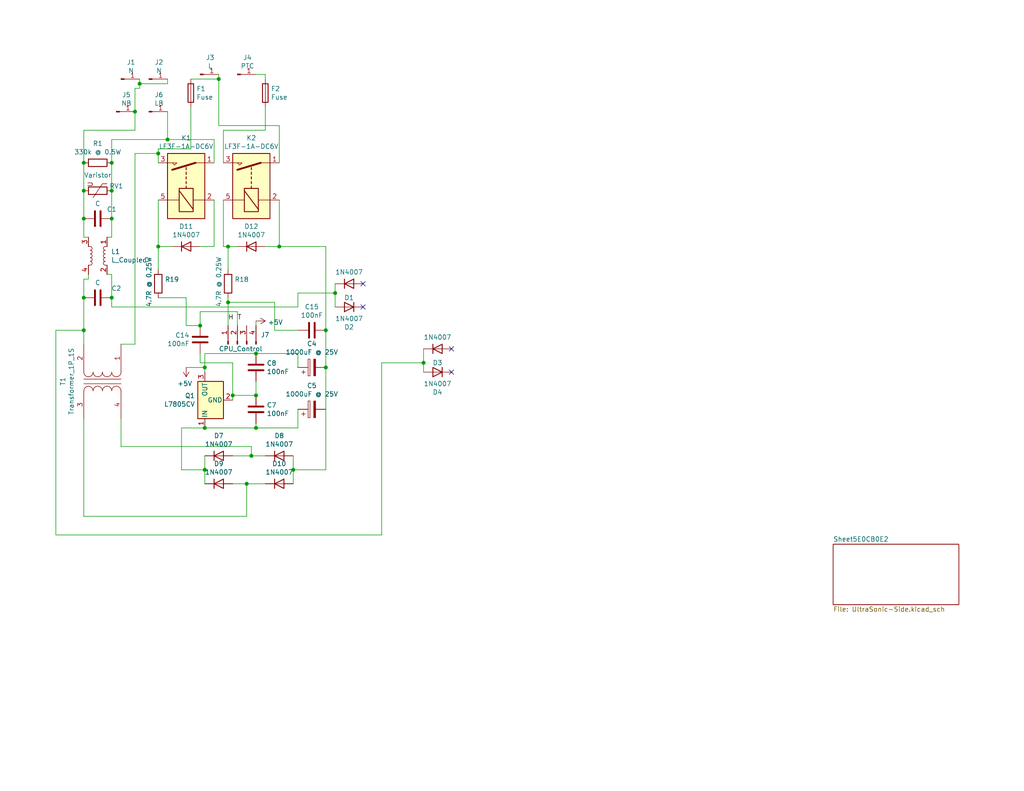
<source format=kicad_sch>
(kicad_sch (version 20210406) (generator eeschema)
  (paper "USLetter")
  (title_block (title "UltraSonic Cleaner Reverse Engineered") (date "2019-12-29") (rev "A"))
  (lib_symbols
    (symbol "Connector:Conn_01x01_Male" (pin_names (offset 1.016) hide)
      (property "Reference" "J" (at 0 2.54 0))
      (property "Value" "Conn_01x01_Male" (at 0 -2.54 0))
      (symbol "Conn_01x01_Male_1_1"
        (rectangle (start 0.8636 0.127) (end 0 -0.127) (stroke (width 0.1524)) (fill (type outline)))
        (polyline (pts (xy 1.27 0) (xy 0.8636 0)) (stroke (width 0.1524)))
        (pin passive line (at 5.08 0 180) (length 3.81) (name "Pin_1") (number "1"))
      )
    )
    (symbol "Connector:Conn_01x04_Male" (pin_names (offset 1.016) hide)
      (property "Reference" "J" (at 0 5.08 0))
      (property "Value" "Conn_01x04_Male" (at 0 -7.62 0))
      (symbol "Conn_01x04_Male_1_1"
        (rectangle (start 0.8636 -4.953) (end 0 -5.207) (stroke (width 0.1524)) (fill (type outline)))
        (rectangle (start 0.8636 -2.413) (end 0 -2.667) (stroke (width 0.1524)) (fill (type outline)))
        (rectangle (start 0.8636 0.127) (end 0 -0.127) (stroke (width 0.1524)) (fill (type outline)))
        (rectangle (start 0.8636 2.667) (end 0 2.413) (stroke (width 0.1524)) (fill (type outline)))
        (polyline (pts (xy 1.27 -5.08) (xy 0.8636 -5.08)) (stroke (width 0.1524)))
        (polyline (pts (xy 1.27 -2.54) (xy 0.8636 -2.54)) (stroke (width 0.1524)))
        (polyline (pts (xy 1.27 0) (xy 0.8636 0)) (stroke (width 0.1524)))
        (polyline (pts (xy 1.27 2.54) (xy 0.8636 2.54)) (stroke (width 0.1524)))
        (pin passive line (at 5.08 2.54 180) (length 3.81) (name "Pin_1") (number "1"))
        (pin passive line (at 5.08 0 180) (length 3.81) (name "Pin_2") (number "2"))
        (pin passive line (at 5.08 -2.54 180) (length 3.81) (name "Pin_3") (number "3"))
        (pin passive line (at 5.08 -5.08 180) (length 3.81) (name "Pin_4") (number "4"))
      )
    )
    (symbol "Device:C" (pin_numbers hide) (pin_names (offset 0.254))
      (property "Reference" "C" (at 0.635 2.54 0))
      (property "Value" "C" (at 0.635 -2.54 0))
      (symbol "C_0_1"
        (polyline (pts (xy -2.032 -0.762) (xy 2.032 -0.762)) (stroke (width 0.508)))
        (polyline (pts (xy -2.032 0.762) (xy 2.032 0.762)) (stroke (width 0.508)))
      )
      (symbol "C_1_1"
        (pin passive line (at 0 3.81 270) (length 2.794) (name "~") (number "1"))
        (pin passive line (at 0 -3.81 90) (length 2.794) (name "~") (number "2"))
      )
    )
    (symbol "Device:C_Polarized" (pin_numbers hide) (pin_names (offset 0.254))
      (property "Reference" "C" (at 0.635 2.54 0))
      (property "Value" "C_Polarized" (at 0.635 -2.54 0))
      (symbol "C_Polarized_0_1"
        (rectangle (start -2.286 0.508) (end 2.286 1.016))
        (rectangle (start 2.286 -0.508) (end -2.286 -1.016) (fill (type outline)))
        (polyline (pts (xy -1.778 2.286) (xy -0.762 2.286)))
        (polyline (pts (xy -1.27 2.794) (xy -1.27 1.778)))
      )
      (symbol "C_Polarized_1_1"
        (pin passive line (at 0 3.81 270) (length 2.794) (name "~") (number "1"))
        (pin passive line (at 0 -3.81 90) (length 2.794) (name "~") (number "2"))
      )
    )
    (symbol "Device:Fuse" (pin_numbers hide) (pin_names (offset 0))
      (property "Reference" "F" (at 2.032 0 90))
      (property "Value" "Fuse" (at -1.905 0 90))
      (symbol "Fuse_0_1"
        (rectangle (start -0.762 -2.54) (end 0.762 2.54) (stroke (width 0.254)))
        (polyline (pts (xy 0 2.54) (xy 0 -2.54)))
      )
      (symbol "Fuse_1_1"
        (pin passive line (at 0 3.81 270) (length 1.27) (name "~") (number "1"))
        (pin passive line (at 0 -3.81 90) (length 1.27) (name "~") (number "2"))
      )
    )
    (symbol "Device:R" (pin_numbers hide) (pin_names (offset 0))
      (property "Reference" "R" (at 2.032 0 90))
      (property "Value" "R" (at 0 0 90))
      (symbol "R_0_1"
        (rectangle (start -1.016 -2.54) (end 1.016 2.54) (stroke (width 0.254)))
      )
      (symbol "R_1_1"
        (pin passive line (at 0 3.81 270) (length 1.27) (name "~") (number "1"))
        (pin passive line (at 0 -3.81 90) (length 1.27) (name "~") (number "2"))
      )
    )
    (symbol "Device:Transformer_1P_1S" (pin_names (offset 1.016) hide)
      (property "Reference" "T" (at 0 6.35 0))
      (property "Value" "Transformer_1P_1S" (at 0 -7.62 0))
      (symbol "Transformer_1P_1S_0_1"
        (arc (start -2.54 -2.54) (end -1.27 -3.81) (radius (at -2.54 -3.81) (length 1.27) (angles 89.9 0.1)))
        (arc (start -1.27 -3.81) (end -2.54 -5.0546) (radius (at -2.54 -3.81) (length 1.27) (angles -0.1 -89.9)))
        (arc (start -2.54 0) (end -1.27 -1.27) (radius (at -2.54 -1.27) (length 1.27) (angles 89.9 0.1)))
        (arc (start -1.27 -1.27) (end -2.54 -2.5146) (radius (at -2.54 -1.27) (length 1.27) (angles -0.1 -89.9)))
        (arc (start -2.54 2.54) (end -1.27 1.27) (radius (at -2.54 1.27) (length 1.27) (angles 89.9 0.1)))
        (arc (start -1.27 1.27) (end -2.54 0.0254) (radius (at -2.54 1.27) (length 1.27) (angles -0.1 -89.9)))
        (arc (start -2.54 5.08) (end -1.27 3.81) (radius (at -2.54 3.81) (length 1.27) (angles 89.9 0.1)))
        (arc (start -1.27 3.81) (end -2.54 2.5654) (radius (at -2.54 3.81) (length 1.27) (angles -0.1 -89.9)))
        (arc (start 2.54 0) (end 1.2954 -1.27) (radius (at 2.54 -1.27) (length 1.27) (angles 89.9 -179.9)))
        (arc (start 1.2954 -1.27) (end 2.54 -2.5146) (radius (at 2.54 -1.27) (length 1.27) (angles 179.9 -89.9)))
        (arc (start 2.54 2.54) (end 1.2954 1.27) (radius (at 2.54 1.27) (length 1.27) (angles 89.9 -179.9)))
        (arc (start 1.2954 1.27) (end 2.54 0.0254) (radius (at 2.54 1.27) (length 1.27) (angles 179.9 -89.9)))
        (arc (start 2.54 5.08) (end 1.2954 3.81) (radius (at 2.54 3.81) (length 1.27) (angles 89.9 -179.9)))
        (arc (start 1.2954 3.81) (end 2.54 2.5654) (radius (at 2.54 3.81) (length 1.27) (angles 179.9 -89.9)))
        (arc (start 2.5654 -2.54) (end 1.3208 -3.81) (radius (at 2.5654 -3.81) (length 1.27) (angles 91 -179.9)))
        (arc (start 2.5654 -5.0546) (end 1.3208 -3.81) (radius (at 2.5654 -3.81) (length 1.27) (angles -91.2 -179.9)))
        (polyline (pts (xy -0.635 5.08) (xy -0.635 -5.08)))
        (polyline (pts (xy 0.635 -5.08) (xy 0.635 5.08)))
      )
      (symbol "Transformer_1P_1S_1_1"
        (pin passive line (at -10.16 5.08 0) (length 7.62) (name "AA") (number "1"))
        (pin passive line (at -10.16 -5.08 0) (length 7.62) (name "AB") (number "2"))
        (pin passive line (at 10.16 -5.08 180) (length 7.62) (name "SA") (number "3"))
        (pin passive line (at 10.16 5.08 180) (length 7.62) (name "SB") (number "4"))
      )
    )
    (symbol "Device:Varistor" (pin_numbers hide) (pin_names (offset 0))
      (property "Reference" "RV" (at 3.175 0 90))
      (property "Value" "Varistor" (at -3.175 0 90))
      (symbol "Varistor_0_0"
        (text "U" (at -1.778 -2.032 0) (effects (font (size 1.27 1.27))))
      )
      (symbol "Varistor_0_1"
        (rectangle (start -1.016 -2.54) (end 1.016 2.54) (stroke (width 0.254)))
        (polyline (pts (xy -1.905 2.54) (xy -1.905 1.27) (xy 1.905 -1.27)))
      )
      (symbol "Varistor_1_1"
        (pin passive line (at 0 3.81 270) (length 1.27) (name "~") (number "1"))
        (pin passive line (at 0 -3.81 90) (length 1.27) (name "~") (number "2"))
      )
    )
    (symbol "Diode:1N4007" (pin_numbers hide) (pin_names (offset 1.016) hide)
      (property "Reference" "D" (at 0 2.54 0))
      (property "Value" "1N4007" (at 0 -2.54 0))
      (symbol "1N4007_0_1"
        (polyline (pts (xy -1.27 1.27) (xy -1.27 -1.27)) (stroke (width 0.254)))
        (polyline (pts (xy 1.27 0) (xy -1.27 0)))
        (polyline (pts (xy 1.27 1.27) (xy 1.27 -1.27) (xy -1.27 0) (xy 1.27 1.27)) (stroke (width 0.254)))
      )
      (symbol "1N4007_1_1"
        (pin passive line (at -3.81 0 0) (length 2.54) (name "K") (number "1"))
        (pin passive line (at 3.81 0 180) (length 2.54) (name "A") (number "2"))
      )
    )
    (symbol "MyCustomComponents:L_Coupled" (pin_names (offset 0.254) hide)
      (property "Reference" "L" (at 0 4.445 0))
      (property "Value" "L_Coupled" (at 0 -4.445 0))
      (symbol "L_Coupled_0_1"
        (arc (start -1.524 -2.032) (end -2.54 -2.032) (radius (at -2.032 -2.032) (length 0.508) (angles 0.1 179.9)))
        (arc (start -2.54 2.032) (end -1.524 2.032) (radius (at -2.032 2.032) (length 0.508) (angles -179.9 -0.1)))
        (arc (start -0.508 -2.032) (end -1.524 -2.032) (radius (at -1.016 -2.032) (length 0.508) (angles 0.1 179.9)))
        (arc (start -1.524 2.032) (end -0.508 2.032) (radius (at -1.016 2.032) (length 0.508) (angles -179.9 -0.1)))
        (arc (start 0.508 -2.032) (end -0.508 -2.032) (radius (at 0 -2.032) (length 0.508) (angles 0.1 179.9)))
        (arc (start -0.508 2.032) (end 0.508 2.032) (radius (at 0 2.032) (length 0.508) (angles -179.9 -0.1)))
        (arc (start 1.524 -2.032) (end 0.508 -2.032) (radius (at 1.016 -2.032) (length 0.508) (angles 0.1 179.9)))
        (arc (start 0.508 2.032) (end 1.524 2.032) (radius (at 1.016 2.032) (length 0.508) (angles -179.9 -0.1)))
        (arc (start 2.54 -2.032) (end 1.524 -2.032) (radius (at 2.032 -2.032) (length 0.508) (angles 0.1 179.9)))
        (arc (start 1.524 2.032) (end 2.54 2.032) (radius (at 2.032 2.032) (length 0.508) (angles -179.9 -0.1)))
        (polyline (pts (xy -2.54 -2.032) (xy -2.54 -2.54)))
        (polyline (pts (xy -2.54 2.032) (xy -2.54 2.54)))
        (polyline (pts (xy 2.54 -2.032) (xy 2.54 -2.54)))
        (polyline (pts (xy 2.54 2.54) (xy 2.54 2.032)))
      )
      (symbol "L_Coupled_1_1"
        (pin passive line (at -5.08 2.54 0) (length 2.54) (name "1") (number "1"))
        (pin passive line (at 5.08 2.54 180) (length 2.54) (name "2") (number "2"))
        (pin passive line (at -5.08 -2.54 0) (length 2.54) (name "3") (number "3"))
        (pin passive line (at 5.08 -2.54 180) (length 2.54) (name "4") (number "4"))
      )
    )
    (symbol "Regulator_Linear:L7805" (pin_names (offset 0.254))
      (property "Reference" "U" (at -3.81 3.175 0))
      (property "Value" "L7805" (at 0 3.175 0))
      (symbol "L7805_0_1"
        (rectangle (start -5.08 1.905) (end 5.08 -5.08) (stroke (width 0.254)) (fill (type background)))
      )
      (symbol "L7805_1_1"
        (pin power_in line (at -7.62 0 0) (length 2.54) (name "IN") (number "1"))
        (pin power_in line (at 0 -7.62 90) (length 2.54) (name "GND") (number "2"))
        (pin power_out line (at 7.62 0 180) (length 2.54) (name "OUT") (number "3"))
      )
    )
    (symbol "Relay:SANYOU_SRD_Form_A"
      (property "Reference" "K" (at 8.89 3.81 0))
      (property "Value" "SANYOU_SRD_Form_A" (at 8.89 1.27 0))
      (symbol "SANYOU_SRD_Form_A_0_0"
        (polyline (pts (xy 5.08 5.08) (xy 5.08 2.54) (xy 4.445 3.175) (xy 5.08 3.81)))
      )
      (symbol "SANYOU_SRD_Form_A_0_1"
        (rectangle (start -8.255 1.905) (end -1.905 -1.905) (stroke (width 0.254)))
        (rectangle (start -10.16 5.08) (end 7.62 -5.08) (stroke (width 0.254)) (fill (type background)))
        (polyline (pts (xy -7.62 -1.905) (xy -2.54 1.905)) (stroke (width 0.254)))
        (polyline (pts (xy -5.08 -5.08) (xy -5.08 -1.905)))
        (polyline (pts (xy -5.08 5.08) (xy -5.08 1.905)))
        (polyline (pts (xy -1.905 0) (xy -1.27 0)) (stroke (width 0.254)))
        (polyline (pts (xy -0.635 0) (xy 0 0)) (stroke (width 0.254)))
        (polyline (pts (xy 0.635 0) (xy 1.27 0)) (stroke (width 0.254)))
        (polyline (pts (xy 1.905 0) (xy 2.54 0)) (stroke (width 0.254)))
        (polyline (pts (xy 3.175 0) (xy 3.81 0)) (stroke (width 0.254)))
        (polyline (pts (xy 5.08 -2.54) (xy 3.175 3.81)) (stroke (width 0.508)))
        (polyline (pts (xy 5.08 -2.54) (xy 5.08 -5.08)))
      )
      (symbol "SANYOU_SRD_Form_A_1_1"
        (pin passive line (at 5.08 -7.62 90) (length 2.54) (name "~") (number "1"))
        (pin passive line (at -5.08 -7.62 90) (length 2.54) (name "~") (number "2"))
        (pin passive line (at 5.08 7.62 270) (length 2.54) (name "~") (number "3"))
        (pin passive line (at -5.08 7.62 270) (length 2.54) (name "~") (number "5"))
      )
    )
    (symbol "power:+5V" (power) (pin_names (offset 0))
      (property "Value" "+5V" (at 0 3.556 0))
      (symbol "+5V_0_1"
        (polyline (pts (xy -0.762 1.27) (xy 0 2.54)))
        (polyline (pts (xy 0 0) (xy 0 2.54)))
        (polyline (pts (xy 0 2.54) (xy 0.762 1.27)))
      )
      (symbol "+5V_1_1"
        (pin power_in line (at 0 0 90) (length 0) hide (name "+5V") (number "1"))
      )
    )
  )
  (junction (at 22.86 44.45) (diameter 0.9144))
  (junction (at 22.86 52.07) (diameter 0.9144))
  (junction (at 22.86 59.69) (diameter 0.9144))
  (junction (at 22.86 81.28) (diameter 0.9144))
  (junction (at 22.86 90.17) (diameter 0.9144))
  (junction (at 30.48 44.45) (diameter 0.9144))
  (junction (at 30.48 52.07) (diameter 0.9144))
  (junction (at 30.48 59.69) (diameter 0.9144))
  (junction (at 30.48 81.28) (diameter 0.9144))
  (junction (at 36.83 30.48) (diameter 0.9144))
  (junction (at 38.1 22.86) (diameter 0.9144))
  (junction (at 43.18 41.91) (diameter 0.9144))
  (junction (at 43.18 67.31) (diameter 0.9144))
  (junction (at 45.72 38.1) (diameter 0.9144))
  (junction (at 54.61 88.9) (diameter 0.9144))
  (junction (at 55.88 100.33) (diameter 0.9144))
  (junction (at 55.88 116.84) (diameter 0.9144))
  (junction (at 55.88 128.27) (diameter 0.9144))
  (junction (at 59.69 21.59) (diameter 0.9144))
  (junction (at 62.23 67.31) (diameter 0.9144))
  (junction (at 62.23 82.55) (diameter 0.9144))
  (junction (at 63.5 107.95) (diameter 0.9144))
  (junction (at 67.31 132.08) (diameter 0.9144))
  (junction (at 68.58 124.46) (diameter 0.9144))
  (junction (at 69.85 96.52) (diameter 0.9144))
  (junction (at 69.85 107.95) (diameter 0.9144))
  (junction (at 69.85 116.84) (diameter 0.9144))
  (junction (at 76.2 67.31) (diameter 0.9144))
  (junction (at 80.01 128.27) (diameter 0.9144))
  (junction (at 88.9 90.17) (diameter 0.9144))
  (junction (at 88.9 100.33) (diameter 0.9144))
  (junction (at 91.44 80.01) (diameter 0.9144))
  (junction (at 115.57 99.06) (diameter 0.9144))
  (no_connect (at 99.06 77.47))
  (no_connect (at 99.06 83.82))
  (no_connect (at 123.19 95.25))
  (no_connect (at 123.19 101.6))
  (wire (pts (xy 15.24 90.17) (xy 22.86 90.17)))
  (wire (pts (xy 15.24 146.05) (xy 15.24 90.17)))
  (wire (pts (xy 22.86 35.56) (xy 36.83 35.56)))
  (wire (pts (xy 22.86 44.45) (xy 22.86 35.56)))
  (wire (pts (xy 22.86 52.07) (xy 22.86 44.45)))
  (wire (pts (xy 22.86 59.69) (xy 22.86 52.07)))
  (wire (pts (xy 22.86 64.77) (xy 22.86 59.69)))
  (wire (pts (xy 22.86 76.2) (xy 22.86 81.28)))
  (wire (pts (xy 22.86 81.28) (xy 22.86 90.17)))
  (wire (pts (xy 22.86 90.17) (xy 22.86 93.98)))
  (wire (pts (xy 22.86 114.3) (xy 22.86 140.97)))
  (wire (pts (xy 22.86 140.97) (xy 67.31 140.97)))
  (wire (pts (xy 24.13 64.77) (xy 22.86 64.77)))
  (wire (pts (xy 24.13 74.93) (xy 24.13 76.2)))
  (wire (pts (xy 24.13 76.2) (xy 22.86 76.2)))
  (wire (pts (xy 30.48 44.45) (xy 30.48 38.1)))
  (wire (pts (xy 30.48 44.45) (xy 30.48 52.07)))
  (wire (pts (xy 30.48 52.07) (xy 30.48 59.69)))
  (wire (pts (xy 30.48 59.69) (xy 30.48 64.77)))
  (wire (pts (xy 30.48 64.77) (xy 29.21 64.77)))
  (wire (pts (xy 30.48 74.93) (xy 29.21 74.93)))
  (wire (pts (xy 30.48 81.28) (xy 30.48 74.93)))
  (wire (pts (xy 30.48 81.28) (xy 30.48 83.82)))
  (wire (pts (xy 30.48 83.82) (xy 81.28 83.82)))
  (wire (pts (xy 33.02 114.3) (xy 33.02 121.92)))
  (wire (pts (xy 33.02 121.92) (xy 68.58 121.92)))
  (wire (pts (xy 36.83 24.13) (xy 38.1 24.13)))
  (wire (pts (xy 36.83 30.48) (xy 36.83 24.13)))
  (wire (pts (xy 36.83 35.56) (xy 36.83 30.48)))
  (wire (pts (xy 36.83 41.91) (xy 36.83 93.98)))
  (wire (pts (xy 36.83 93.98) (xy 33.02 93.98)))
  (wire (pts (xy 38.1 22.86) (xy 38.1 21.59)))
  (wire (pts (xy 38.1 24.13) (xy 38.1 22.86)))
  (wire (pts (xy 43.18 40.64) (xy 52.07 40.64)))
  (wire (pts (xy 43.18 41.91) (xy 36.83 41.91)))
  (wire (pts (xy 43.18 41.91) (xy 43.18 40.64)))
  (wire (pts (xy 43.18 44.45) (xy 43.18 41.91)))
  (wire (pts (xy 43.18 54.61) (xy 43.18 67.31)))
  (wire (pts (xy 43.18 67.31) (xy 43.18 73.66)))
  (wire (pts (xy 43.18 67.31) (xy 46.99 67.31)))
  (wire (pts (xy 43.18 81.28) (xy 50.8 81.28)))
  (wire (pts (xy 45.72 21.59) (xy 45.72 22.86)))
  (wire (pts (xy 45.72 22.86) (xy 38.1 22.86)))
  (wire (pts (xy 45.72 30.48) (xy 45.72 38.1)))
  (wire (pts (xy 45.72 38.1) (xy 30.48 38.1)))
  (wire (pts (xy 45.72 38.1) (xy 58.42 38.1)))
  (wire (pts (xy 49.53 116.84) (xy 49.53 128.27)))
  (wire (pts (xy 49.53 128.27) (xy 55.88 128.27)))
  (wire (pts (xy 50.8 81.28) (xy 50.8 88.9)))
  (wire (pts (xy 50.8 88.9) (xy 54.61 88.9)))
  (wire (pts (xy 50.8 100.33) (xy 55.88 100.33)))
  (wire (pts (xy 52.07 21.59) (xy 59.69 21.59)))
  (wire (pts (xy 52.07 29.21) (xy 52.07 40.64)))
  (wire (pts (xy 54.61 85.09) (xy 54.61 88.9)))
  (wire (pts (xy 54.61 96.52) (xy 54.61 99.06)))
  (wire (pts (xy 54.61 99.06) (xy 63.5 99.06)))
  (wire (pts (xy 55.88 96.52) (xy 55.88 100.33)))
  (wire (pts (xy 55.88 100.33) (xy 55.88 101.6)))
  (wire (pts (xy 55.88 116.84) (xy 49.53 116.84)))
  (wire (pts (xy 55.88 116.84) (xy 69.85 116.84)))
  (wire (pts (xy 55.88 124.46) (xy 55.88 128.27)))
  (wire (pts (xy 55.88 128.27) (xy 55.88 132.08)))
  (wire (pts (xy 58.42 38.1) (xy 58.42 44.45)))
  (wire (pts (xy 58.42 54.61) (xy 58.42 67.31)))
  (wire (pts (xy 58.42 67.31) (xy 54.61 67.31)))
  (wire (pts (xy 59.69 20.32) (xy 59.69 21.59)))
  (wire (pts (xy 59.69 21.59) (xy 59.69 34.29)))
  (wire (pts (xy 59.69 34.29) (xy 76.2 34.29)))
  (wire (pts (xy 60.96 35.56) (xy 60.96 44.45)))
  (wire (pts (xy 60.96 54.61) (xy 60.96 67.31)))
  (wire (pts (xy 60.96 67.31) (xy 62.23 67.31)))
  (wire (pts (xy 62.23 67.31) (xy 62.23 73.66)))
  (wire (pts (xy 62.23 67.31) (xy 64.77 67.31)))
  (wire (pts (xy 62.23 81.28) (xy 62.23 82.55)))
  (wire (pts (xy 62.23 82.55) (xy 62.23 88.9)))
  (wire (pts (xy 63.5 99.06) (xy 63.5 107.95)))
  (wire (pts (xy 63.5 107.95) (xy 63.5 109.22)))
  (wire (pts (xy 63.5 107.95) (xy 69.85 107.95)))
  (wire (pts (xy 63.5 124.46) (xy 68.58 124.46)))
  (wire (pts (xy 64.77 85.09) (xy 54.61 85.09)))
  (wire (pts (xy 64.77 85.09) (xy 64.77 88.9)))
  (wire (pts (xy 67.31 132.08) (xy 63.5 132.08)))
  (wire (pts (xy 67.31 132.08) (xy 72.39 132.08)))
  (wire (pts (xy 67.31 140.97) (xy 67.31 132.08)))
  (wire (pts (xy 68.58 121.92) (xy 68.58 124.46)))
  (wire (pts (xy 68.58 124.46) (xy 72.39 124.46)))
  (wire (pts (xy 69.85 20.32) (xy 72.39 20.32)))
  (wire (pts (xy 69.85 87.63) (xy 69.85 88.9)))
  (wire (pts (xy 69.85 96.52) (xy 55.88 96.52)))
  (wire (pts (xy 69.85 104.14) (xy 69.85 107.95)))
  (wire (pts (xy 69.85 116.84) (xy 69.85 115.57)))
  (wire (pts (xy 69.85 116.84) (xy 81.28 116.84)))
  (wire (pts (xy 72.39 20.32) (xy 72.39 21.59)))
  (wire (pts (xy 72.39 29.21) (xy 72.39 35.56)))
  (wire (pts (xy 72.39 35.56) (xy 60.96 35.56)))
  (wire (pts (xy 74.93 82.55) (xy 62.23 82.55)))
  (wire (pts (xy 74.93 90.17) (xy 74.93 82.55)))
  (wire (pts (xy 76.2 34.29) (xy 76.2 44.45)))
  (wire (pts (xy 76.2 54.61) (xy 76.2 67.31)))
  (wire (pts (xy 76.2 67.31) (xy 72.39 67.31)))
  (wire (pts (xy 76.2 67.31) (xy 88.9 67.31)))
  (wire (pts (xy 80.01 124.46) (xy 80.01 128.27)))
  (wire (pts (xy 80.01 128.27) (xy 80.01 132.08)))
  (wire (pts (xy 81.28 80.01) (xy 91.44 80.01)))
  (wire (pts (xy 81.28 83.82) (xy 81.28 80.01)))
  (wire (pts (xy 81.28 90.17) (xy 74.93 90.17)))
  (wire (pts (xy 81.28 96.52) (xy 69.85 96.52)))
  (wire (pts (xy 81.28 100.33) (xy 81.28 96.52)))
  (wire (pts (xy 81.28 116.84) (xy 81.28 111.76)))
  (wire (pts (xy 88.9 67.31) (xy 88.9 90.17)))
  (wire (pts (xy 88.9 90.17) (xy 88.9 100.33)))
  (wire (pts (xy 88.9 100.33) (xy 88.9 128.27)))
  (wire (pts (xy 88.9 128.27) (xy 80.01 128.27)))
  (wire (pts (xy 91.44 77.47) (xy 91.44 80.01)))
  (wire (pts (xy 91.44 80.01) (xy 91.44 83.82)))
  (wire (pts (xy 104.14 99.06) (xy 104.14 146.05)))
  (wire (pts (xy 104.14 146.05) (xy 15.24 146.05)))
  (wire (pts (xy 115.57 95.25) (xy 115.57 99.06)))
  (wire (pts (xy 115.57 99.06) (xy 104.14 99.06)))
  (wire (pts (xy 115.57 99.06) (xy 115.57 101.6)))
  (label "H" (at 62.23 87.63 0))
  (label "T" (at 64.77 87.63 0))
  (symbol (lib_id "Connector:Conn_01x01_Male") (at 31.75 30.48 0) (unit 1)
    (property "Reference" "J5" (at 34.4932 25.8826 0))
    (property "Value" "NB" (at 34.4932 28.194 0))
    (property "Footprint" "MyCustomParts:Connector_Tab_Pitch5.08mm_Drill1.3mm" (effects hide))
  )
  (symbol (lib_id "Connector:Conn_01x01_Male") (at 33.02 21.59 0) (unit 1)
    (property "Reference" "J1" (at 35.7632 16.9926 0))
    (property "Value" "N" (at 35.7632 19.304 0))
    (property "Footprint" "MyCustomParts:Connector_Tab_Pitch5.08mm_Drill1.3mm" (effects hide))
  )
  (symbol (lib_id "Connector:Conn_01x01_Male") (at 40.64 21.59 0) (unit 1)
    (property "Reference" "J2" (at 43.3832 16.9926 0))
    (property "Value" "N" (at 43.3832 19.304 0))
    (property "Footprint" "MyCustomParts:Connector_Tab_Pitch5.08mm_Drill1.3mm" (effects hide))
  )
  (symbol (lib_id "Connector:Conn_01x01_Male") (at 40.64 30.48 0) (unit 1)
    (property "Reference" "J6" (at 43.3832 25.8826 0))
    (property "Value" "LB" (at 43.3832 28.194 0))
    (property "Footprint" "MyCustomParts:Connector_Tab_Pitch5.08mm_Drill1.3mm" (effects hide))
  )
  (symbol (lib_id "Connector:Conn_01x01_Male") (at 54.61 20.32 0) (unit 1)
    (property "Reference" "J3" (at 57.3532 15.7226 0))
    (property "Value" "L" (at 57.3532 18.034 0))
    (property "Footprint" "MyCustomParts:Connector_Tab_Pitch5.08mm_Drill1.3mm" (effects hide))
  )
  (symbol (lib_id "Connector:Conn_01x01_Male") (at 64.77 20.32 0) (unit 1)
    (property "Reference" "J4" (at 67.5132 15.7226 0))
    (property "Value" "PTC" (at 67.5132 18.034 0))
    (property "Footprint" "MyCustomParts:Connector_Tab_Pitch5.08mm_Drill1.3mm" (effects hide))
  )
  (symbol (lib_id "power:+5V") (at 50.8 100.33 180) (unit 1)
    (property "Reference" "#PWR0102" (effects hide))
    (property "Value" "+5V" (at 50.419 104.7242 0))
  )
  (symbol (lib_id "power:+5V") (at 69.85 87.63 270) (unit 1)
    (property "Reference" "#PWR0101" (effects hide))
    (property "Value" "+5V" (at 73.1012 88.011 90) (effects (justify left)))
  )
  (symbol (lib_id "Device:Fuse") (at 52.07 25.4 0) (unit 1)
    (property "Reference" "F1" (at 53.594 24.2316 0) (effects (justify left)))
    (property "Value" "Fuse" (at 53.594 26.543 0) (effects (justify left)))
  )
  (symbol (lib_id "Device:Fuse") (at 72.39 25.4 0) (unit 1)
    (property "Reference" "F2" (at 73.914 24.2316 0) (effects (justify left)))
    (property "Value" "Fuse" (at 73.914 26.543 0) (effects (justify left)))
  )
  (symbol (lib_id "Device:R") (at 26.67 44.45 270) (unit 1)
    (property "Reference" "R1" (at 26.67 39.1922 90))
    (property "Value" "330k @ 0.5W" (at 26.67 41.5036 90))
    (property "Footprint" "Resistor_THT:R_Axial_DIN0309_L9.0mm_D3.2mm_P15.24mm_Horizontal" (effects hide))
  )
  (symbol (lib_id "Device:R") (at 43.18 77.47 0) (unit 1)
    (property "Reference" "R19" (at 44.958 76.3016 0) (effects (justify left)))
    (property "Value" "4.7R @ 0.25W" (at 40.64 83.82 90) (effects (justify left)))
    (property "Footprint" "Resistor_THT:R_Axial_DIN0207_L6.3mm_D2.5mm_P10.16mm_Horizontal" (effects hide))
  )
  (symbol (lib_id "Device:R") (at 62.23 77.47 0) (unit 1)
    (property "Reference" "R18" (at 64.008 76.3016 0) (effects (justify left)))
    (property "Value" "4.7R @ 0.25W" (at 59.69 83.82 90) (effects (justify left)))
    (property "Footprint" "Resistor_THT:R_Axial_DIN0207_L6.3mm_D2.5mm_P10.16mm_Horizontal" (effects hide))
  )
  (symbol (lib_id "Diode:1N4007") (at 50.8 67.31 0) (unit 1)
    (property "Reference" "D11" (at 50.8 61.8236 0))
    (property "Value" "1N4007" (at 50.8 64.135 0))
    (property "Footprint" "Diode_THT:D_DO-41_SOD81_P10.16mm_Horizontal" (effects hide))
    (property "Datasheet" "http://www.vishay.com/docs/88503/1n4001.pdf" (effects hide))
  )
  (symbol (lib_id "Diode:1N4007") (at 59.69 124.46 0) (unit 1)
    (property "Reference" "D7" (at 59.69 118.9736 0))
    (property "Value" "1N4007" (at 59.69 121.285 0))
    (property "Footprint" "Diode_THT:D_DO-41_SOD81_P10.16mm_Horizontal" (effects hide))
    (property "Datasheet" "http://www.vishay.com/docs/88503/1n4001.pdf" (effects hide))
  )
  (symbol (lib_id "Diode:1N4007") (at 59.69 132.08 0) (unit 1)
    (property "Reference" "D9" (at 59.69 126.5936 0))
    (property "Value" "1N4007" (at 59.69 128.905 0))
    (property "Footprint" "Diode_THT:D_DO-41_SOD81_P10.16mm_Horizontal" (effects hide))
    (property "Datasheet" "http://www.vishay.com/docs/88503/1n4001.pdf" (effects hide))
  )
  (symbol (lib_id "Diode:1N4007") (at 68.58 67.31 0) (unit 1)
    (property "Reference" "D12" (at 68.58 61.8236 0))
    (property "Value" "1N4007" (at 68.58 64.135 0))
    (property "Footprint" "Diode_THT:D_DO-41_SOD81_P10.16mm_Horizontal" (effects hide))
    (property "Datasheet" "http://www.vishay.com/docs/88503/1n4001.pdf" (effects hide))
  )
  (symbol (lib_id "Diode:1N4007") (at 76.2 124.46 0) (unit 1)
    (property "Reference" "D8" (at 76.2 118.9736 0))
    (property "Value" "1N4007" (at 76.2 121.285 0))
    (property "Footprint" "Diode_THT:D_DO-41_SOD81_P10.16mm_Horizontal" (effects hide))
    (property "Datasheet" "http://www.vishay.com/docs/88503/1n4001.pdf" (effects hide))
  )
  (symbol (lib_id "Diode:1N4007") (at 76.2 132.08 0) (unit 1)
    (property "Reference" "D10" (at 76.2 126.5936 0))
    (property "Value" "1N4007" (at 76.2 128.905 0))
    (property "Footprint" "Diode_THT:D_DO-41_SOD81_P10.16mm_Horizontal" (effects hide))
    (property "Datasheet" "http://www.vishay.com/docs/88503/1n4001.pdf" (effects hide))
  )
  (symbol (lib_id "Diode:1N4007") (at 95.25 77.47 0) (unit 1)
    (property "Reference" "D1" (at 95.25 81.28 0))
    (property "Value" "1N4007" (at 95.25 74.295 0))
    (property "Footprint" "Diode_THT:D_DO-41_SOD81_P10.16mm_Horizontal" (effects hide))
    (property "Datasheet" "http://www.vishay.com/docs/88503/1n4001.pdf" (effects hide))
  )
  (symbol (lib_id "Diode:1N4007") (at 95.25 83.82 180) (unit 1)
    (property "Reference" "D2" (at 95.25 89.3064 0))
    (property "Value" "1N4007" (at 95.25 86.995 0))
    (property "Footprint" "Diode_THT:D_DO-41_SOD81_P10.16mm_Horizontal" (effects hide))
    (property "Datasheet" "http://www.vishay.com/docs/88503/1n4001.pdf" (effects hide))
  )
  (symbol (lib_id "Diode:1N4007") (at 119.38 95.25 0) (unit 1)
    (property "Reference" "D3" (at 119.38 99.06 0))
    (property "Value" "1N4007" (at 119.38 92.075 0))
    (property "Footprint" "Diode_THT:D_DO-41_SOD81_P10.16mm_Horizontal" (effects hide))
    (property "Datasheet" "http://www.vishay.com/docs/88503/1n4001.pdf" (effects hide))
  )
  (symbol (lib_id "Diode:1N4007") (at 119.38 101.6 180) (unit 1)
    (property "Reference" "D4" (at 119.38 107.0864 0))
    (property "Value" "1N4007" (at 119.38 104.775 0))
    (property "Footprint" "Diode_THT:D_DO-41_SOD81_P10.16mm_Horizontal" (effects hide))
    (property "Datasheet" "http://www.vishay.com/docs/88503/1n4001.pdf" (effects hide))
  )
  (symbol (lib_id "Device:Varistor") (at 26.67 52.07 270) (unit 1)
    (property "Reference" "RV1" (at 31.75 50.8 90))
    (property "Value" "Varistor" (at 26.67 47.8282 90))
  )
  (symbol (lib_id "Device:C") (at 26.67 59.69 90) (unit 1)
    (property "Reference" "C1" (at 30.48 57.15 90))
    (property "Value" "C" (at 26.67 55.6006 90))
    (property "Footprint" "Capacitor_THT:C_Rect_L18.0mm_W5.0mm_P15.00mm_FKS3_FKP3" (effects hide))
  )
  (symbol (lib_id "Device:C") (at 26.67 81.28 90) (unit 1)
    (property "Reference" "C2" (at 31.75 78.74 90))
    (property "Value" "C" (at 26.67 77.1906 90))
    (property "Footprint" "Capacitor_THT:C_Rect_L18.0mm_W5.0mm_P15.00mm_FKS3_FKP3" (effects hide))
  )
  (symbol (lib_id "Device:C") (at 54.61 92.71 180) (unit 1)
    (property "Reference" "C14" (at 51.7144 91.5416 0) (effects (justify left)))
    (property "Value" "100nF" (at 51.7144 93.853 0) (effects (justify left)))
    (property "Footprint" "Capacitor_THT:C_Disc_D5.1mm_W3.2mm_P5.00mm" (effects hide))
  )
  (symbol (lib_id "Device:C") (at 69.85 100.33 0) (unit 1)
    (property "Reference" "C8" (at 72.771 99.1616 0) (effects (justify left)))
    (property "Value" "100nF" (at 72.771 101.473 0) (effects (justify left)))
    (property "Footprint" "Capacitor_THT:C_Disc_D5.1mm_W3.2mm_P5.00mm" (effects hide))
  )
  (symbol (lib_id "Device:C") (at 69.85 111.76 0) (unit 1)
    (property "Reference" "C7" (at 72.771 110.5916 0) (effects (justify left)))
    (property "Value" "100nF" (at 72.771 112.903 0) (effects (justify left)))
    (property "Footprint" "Capacitor_THT:C_Disc_D5.1mm_W3.2mm_P5.00mm" (effects hide))
  )
  (symbol (lib_id "Device:C") (at 85.09 90.17 90) (unit 1)
    (property "Reference" "C15" (at 85.09 83.7692 90))
    (property "Value" "100nF" (at 85.09 86.0806 90))
    (property "Footprint" "Capacitor_THT:C_Disc_D5.1mm_W3.2mm_P5.00mm" (effects hide))
  )
  (symbol (lib_id "Device:C_Polarized") (at 85.09 100.33 90) (unit 1)
    (property "Reference" "C4" (at 85.09 93.853 90))
    (property "Value" "1000uF @ 25V" (at 85.09 96.1644 90))
    (property "Footprint" "Capacitor_THT:CP_Radial_D10.0mm_P5.00mm" (effects hide))
  )
  (symbol (lib_id "Device:C_Polarized") (at 85.09 111.76 90) (unit 1)
    (property "Reference" "C5" (at 85.09 105.283 90))
    (property "Value" "1000uF @ 25V" (at 85.09 107.5944 90))
    (property "Footprint" "Capacitor_THT:CP_Radial_D10.0mm_P5.00mm" (effects hide))
  )
  (symbol (lib_id "Connector:Conn_01x04_Male") (at 64.77 93.98 90) (unit 1)
    (property "Reference" "J7" (at 71.12 91.44 90) (effects (justify right)))
    (property "Value" "CPU_Control" (at 59.69 95.25 90) (effects (justify right)))
    (property "Footprint" "Connector_JST:JST_XH_B4B-XH-A_1x04_P2.50mm_Vertical" (effects hide))
  )
  (symbol (lib_id "MyCustomComponents:L_Coupled") (at 26.67 69.85 270) (unit 1)
    (property "Reference" "L1" (at 30.3276 68.6816 90) (effects (justify left)))
    (property "Value" "L_Coupled" (at 30.3276 70.993 90) (effects (justify left)))
  )
  (symbol (lib_id "Regulator_Linear:L7805") (at 55.88 109.22 90) (unit 1)
    (property "Reference" "Q1" (at 53.213 108.0516 90) (effects (justify left)))
    (property "Value" "L7805CV" (at 53.213 110.363 90) (effects (justify left)))
    (property "Footprint" "Package_TO_SOT_THT:TO-220-3_Vertical" (effects hide))
    (property "Datasheet" "http://www.st.com/content/ccc/resource/technical/document/datasheet/41/4f/b3/b0/12/d4/47/88/CD00000444.pdf/files/CD00000444.pdf/jcr:content/translations/en.CD00000444.pdf" (effects hide))
  )
  (symbol (lib_id "Device:Transformer_1P_1S") (at 27.94 104.14 270) (unit 1)
    (property "Reference" "T1" (at 17.145 104.14 0))
    (property "Value" "Transformer_1P_1S" (at 19.4564 104.14 0))
  )
  (symbol (lib_id "Relay:SANYOU_SRD_Form_A") (at 50.8 49.53 90) (unit 1)
    (property "Reference" "K1" (at 50.8 37.6682 90))
    (property "Value" "LF3F-1A-DC6V" (at 50.8 39.9796 90))
    (property "Footprint" "Relay_THT:Relay_SPST_SANYOU_SRD_Series_Form_A" (effects hide))
    (property "Datasheet" "http://www.sanyourelay.ca/public/products/pdf/SRD.pdf" (effects hide))
  )
  (symbol (lib_id "Relay:SANYOU_SRD_Form_A") (at 68.58 49.53 90) (unit 1)
    (property "Reference" "K2" (at 68.58 37.6682 90))
    (property "Value" "LF3F-1A-DC6V" (at 68.58 39.9796 90))
    (property "Footprint" "Relay_THT:Relay_SPST_SANYOU_SRD_Series_Form_A" (effects hide))
    (property "Datasheet" "http://www.sanyourelay.ca/public/products/pdf/SRD.pdf" (effects hide))
  )
  (sheet (at 227.33 148.59) (size 34.29 16.51)
    (property "Sheet name" "Sheet5E0CB0E2" (at 227.33 147.9545 0) (effects (justify left bottom)))
    (property "Sheet file" "UltraSonic-Side.kicad_sch" (at 227.33 165.6085 0) (effects (justify left top)))
  )
)
</source>
